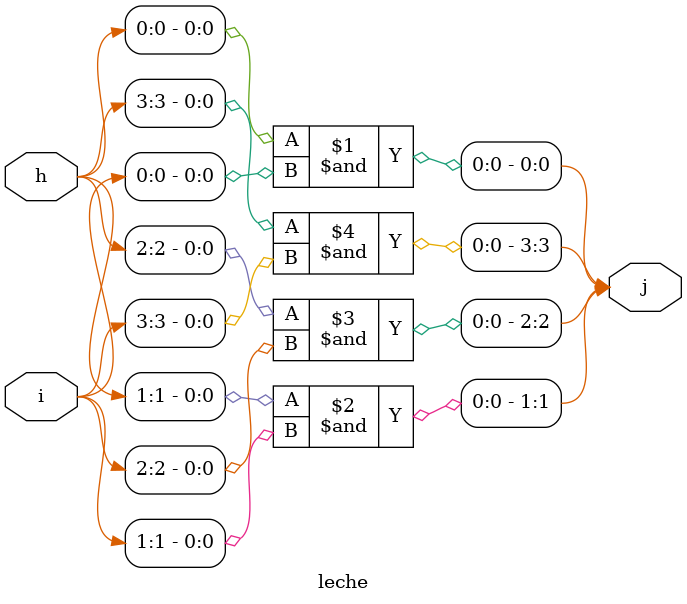
<source format=v>

`timescale 1ns/1ns
module leche(
    input [3:0]h,
    input [3:0]i,
    output [3:0]j
);
 //definicion de cables o registros (n/a)

 //cuerpo del modulo assigns (si),instancias(n/a), always(n/a)
    assign j[0] = h[0] & i[0];
    assign j[1] = h[1] & i[1];
    assign j[2] = h[2] & i[2];
    assign j[3] = h[3] & i[3];
 endmodule
</source>
